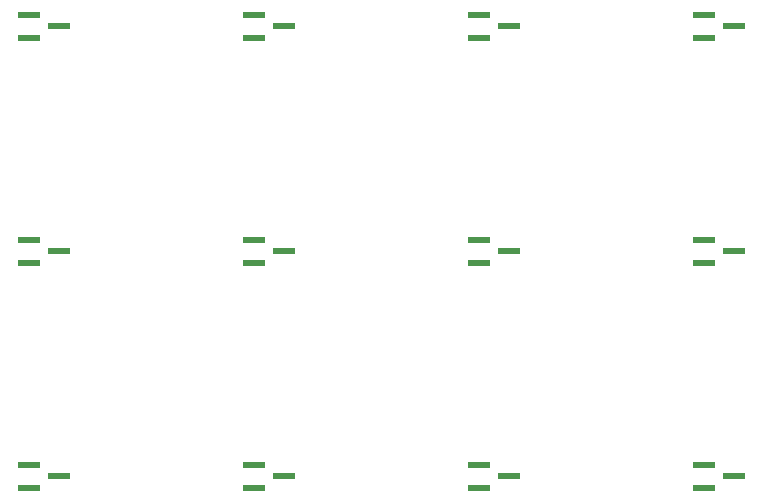
<source format=gtp>
%TF.GenerationSoftware,KiCad,Pcbnew,7.0.8*%
%TF.CreationDate,2024-07-17T11:45:19-04:00*%
%TF.ProjectId,analog-macropad,616e616c-6f67-42d6-9d61-63726f706164,v01*%
%TF.SameCoordinates,Original*%
%TF.FileFunction,Paste,Top*%
%TF.FilePolarity,Positive*%
%FSLAX46Y46*%
G04 Gerber Fmt 4.6, Leading zero omitted, Abs format (unit mm)*
G04 Created by KiCad (PCBNEW 7.0.8) date 2024-07-17 11:45:19*
%MOMM*%
%LPD*%
G01*
G04 APERTURE LIST*
G04 Aperture macros list*
%AMRoundRect*
0 Rectangle with rounded corners*
0 $1 Rounding radius*
0 $2 $3 $4 $5 $6 $7 $8 $9 X,Y pos of 4 corners*
0 Add a 4 corners polygon primitive as box body*
4,1,4,$2,$3,$4,$5,$6,$7,$8,$9,$2,$3,0*
0 Add four circle primitives for the rounded corners*
1,1,$1+$1,$2,$3*
1,1,$1+$1,$4,$5*
1,1,$1+$1,$6,$7*
1,1,$1+$1,$8,$9*
0 Add four rect primitives between the rounded corners*
20,1,$1+$1,$2,$3,$4,$5,0*
20,1,$1+$1,$4,$5,$6,$7,0*
20,1,$1+$1,$6,$7,$8,$9,0*
20,1,$1+$1,$8,$9,$2,$3,0*%
G04 Aperture macros list end*
%ADD10RoundRect,0.073750X-0.840950X-0.221250X0.840950X-0.221250X0.840950X0.221250X-0.840950X0.221250X0*%
G04 APERTURE END LIST*
D10*
%TO.C,U8*%
X147828300Y-103698000D03*
X147828300Y-105598000D03*
X150367700Y-104648000D03*
%TD*%
%TO.C,U13*%
X166878300Y-141798000D03*
X166878300Y-143698000D03*
X169417700Y-142748000D03*
%TD*%
%TO.C,U7*%
X128778300Y-141798000D03*
X128778300Y-143698000D03*
X131317700Y-142748000D03*
%TD*%
%TO.C,U3*%
X109728300Y-122748000D03*
X109728300Y-124648000D03*
X112267700Y-123698000D03*
%TD*%
%TO.C,U10*%
X147828300Y-141798000D03*
X147828300Y-143698000D03*
X150367700Y-142748000D03*
%TD*%
%TO.C,U9*%
X147828300Y-122748000D03*
X147828300Y-124648000D03*
X150367700Y-123698000D03*
%TD*%
%TO.C,U12*%
X166878300Y-122748000D03*
X166878300Y-124648000D03*
X169417700Y-123698000D03*
%TD*%
%TO.C,U2*%
X109729300Y-103698000D03*
X109729300Y-105598000D03*
X112268700Y-104648000D03*
%TD*%
%TO.C,U4*%
X109728300Y-141798000D03*
X109728300Y-143698000D03*
X112267700Y-142748000D03*
%TD*%
%TO.C,U6*%
X128778300Y-122748000D03*
X128778300Y-124648000D03*
X131317700Y-123698000D03*
%TD*%
%TO.C,U11*%
X166878300Y-103698000D03*
X166878300Y-105598000D03*
X169417700Y-104648000D03*
%TD*%
%TO.C,U5*%
X128778300Y-103698000D03*
X128778300Y-105598000D03*
X131317700Y-104648000D03*
%TD*%
M02*

</source>
